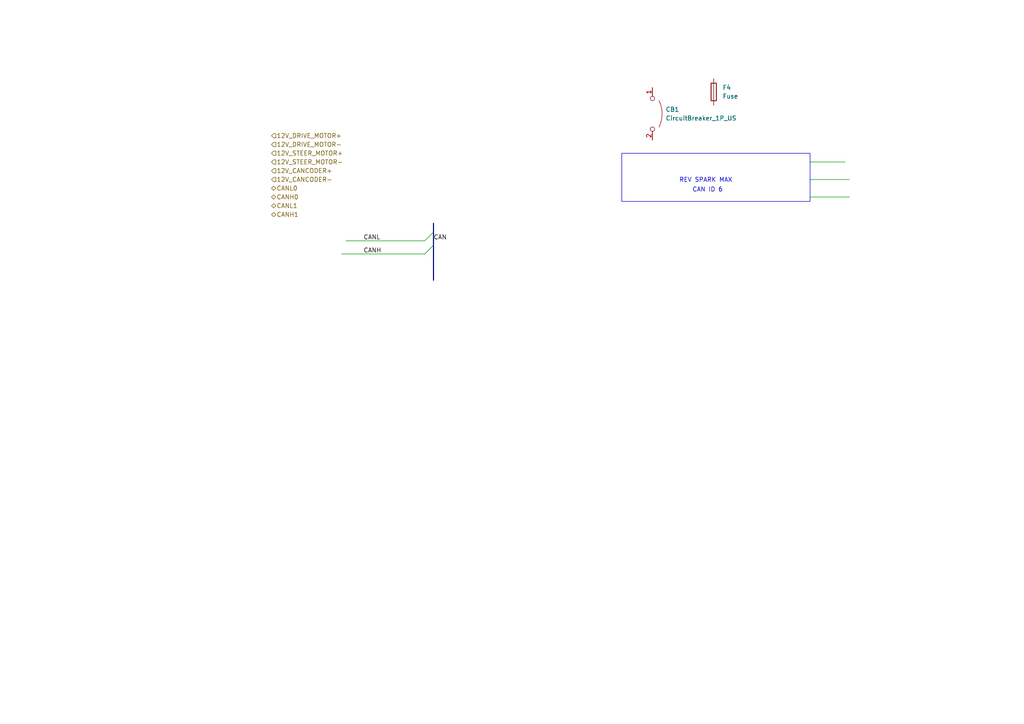
<source format=kicad_sch>
(kicad_sch
	(version 20250114)
	(generator "eeschema")
	(generator_version "9.0")
	(uuid "a75d3122-d114-4a24-bd90-e19f72c3774b")
	(paper "A4")
	(lib_symbols
		(symbol "Device:CircuitBreaker_1P_US"
			(exclude_from_sim no)
			(in_bom yes)
			(on_board yes)
			(property "Reference" "CB"
				(at 3.175 -1.27 0)
				(effects
					(font
						(size 1.27 1.27)
					)
					(justify left)
				)
			)
			(property "Value" "CircuitBreaker_1P_US"
				(at 3.175 0.635 0)
				(effects
					(font
						(size 1.27 1.27)
					)
					(justify left)
				)
			)
			(property "Footprint" ""
				(at 0 0 0)
				(effects
					(font
						(size 1.27 1.27)
					)
					(hide yes)
				)
			)
			(property "Datasheet" "~"
				(at 0 0 0)
				(effects
					(font
						(size 1.27 1.27)
					)
					(hide yes)
				)
			)
			(property "Description" "Single pole circuit breaker, US symbol"
				(at 0 0 0)
				(effects
					(font
						(size 1.27 1.27)
					)
					(hide yes)
				)
			)
			(property "ki_keywords" "CB"
				(at 0 0 0)
				(effects
					(font
						(size 1.27 1.27)
					)
					(hide yes)
				)
			)
			(symbol "CircuitBreaker_1P_US_0_1"
				(arc
					(start 1.905 3.81)
					(mid 2.8044 0)
					(end 1.905 -3.81)
					(stroke
						(width 0)
						(type default)
					)
					(fill
						(type none)
					)
				)
				(circle
					(center 0 4.445)
					(radius 0.635)
					(stroke
						(width 0)
						(type default)
					)
					(fill
						(type none)
					)
				)
				(circle
					(center 0 -4.445)
					(radius 0.635)
					(stroke
						(width 0)
						(type default)
					)
					(fill
						(type none)
					)
				)
			)
			(symbol "CircuitBreaker_1P_US_1_1"
				(pin passive line
					(at 0 7.62 270)
					(length 2.54)
					(name "~"
						(effects
							(font
								(size 1.27 1.27)
							)
						)
					)
					(number "1"
						(effects
							(font
								(size 1.27 1.27)
							)
						)
					)
				)
				(pin passive line
					(at 0 -7.62 90)
					(length 2.54)
					(name "~"
						(effects
							(font
								(size 1.27 1.27)
							)
						)
					)
					(number "2"
						(effects
							(font
								(size 1.27 1.27)
							)
						)
					)
				)
			)
			(embedded_fonts no)
		)
		(symbol "Device:Fuse"
			(pin_numbers
				(hide yes)
			)
			(pin_names
				(offset 0)
			)
			(exclude_from_sim no)
			(in_bom yes)
			(on_board yes)
			(property "Reference" "F"
				(at 2.032 0 90)
				(effects
					(font
						(size 1.27 1.27)
					)
				)
			)
			(property "Value" "Fuse"
				(at -1.905 0 90)
				(effects
					(font
						(size 1.27 1.27)
					)
				)
			)
			(property "Footprint" ""
				(at -1.778 0 90)
				(effects
					(font
						(size 1.27 1.27)
					)
					(hide yes)
				)
			)
			(property "Datasheet" "~"
				(at 0 0 0)
				(effects
					(font
						(size 1.27 1.27)
					)
					(hide yes)
				)
			)
			(property "Description" "Fuse"
				(at 0 0 0)
				(effects
					(font
						(size 1.27 1.27)
					)
					(hide yes)
				)
			)
			(property "ki_keywords" "fuse"
				(at 0 0 0)
				(effects
					(font
						(size 1.27 1.27)
					)
					(hide yes)
				)
			)
			(property "ki_fp_filters" "*Fuse*"
				(at 0 0 0)
				(effects
					(font
						(size 1.27 1.27)
					)
					(hide yes)
				)
			)
			(symbol "Fuse_0_1"
				(rectangle
					(start -0.762 -2.54)
					(end 0.762 2.54)
					(stroke
						(width 0.254)
						(type default)
					)
					(fill
						(type none)
					)
				)
				(polyline
					(pts
						(xy 0 2.54) (xy 0 -2.54)
					)
					(stroke
						(width 0)
						(type default)
					)
					(fill
						(type none)
					)
				)
			)
			(symbol "Fuse_1_1"
				(pin passive line
					(at 0 3.81 270)
					(length 1.27)
					(name "~"
						(effects
							(font
								(size 1.27 1.27)
							)
						)
					)
					(number "1"
						(effects
							(font
								(size 1.27 1.27)
							)
						)
					)
				)
				(pin passive line
					(at 0 -3.81 90)
					(length 1.27)
					(name "~"
						(effects
							(font
								(size 1.27 1.27)
							)
						)
					)
					(number "2"
						(effects
							(font
								(size 1.27 1.27)
							)
						)
					)
				)
			)
			(embedded_fonts no)
		)
	)
	(rectangle
		(start 180.34 44.45)
		(end 234.95 58.42)
		(stroke
			(width 0)
			(type default)
		)
		(fill
			(type none)
		)
		(uuid 33826a90-5275-4e39-9f13-86e4443e147c)
	)
	(text "CAN ID 6"
		(exclude_from_sim no)
		(at 205.232 55.118 0)
		(effects
			(font
				(size 1.27 1.27)
			)
		)
		(uuid "52714eb1-6fb7-4c1a-b266-aba7b632b2b3")
	)
	(text "REV SPARK MAX"
		(exclude_from_sim no)
		(at 204.724 52.324 0)
		(effects
			(font
				(size 1.27 1.27)
			)
		)
		(uuid "9a899dee-bda0-416e-b25f-062745a844a7")
	)
	(bus_entry
		(at 125.73 71.12)
		(size -2.54 2.54)
		(stroke
			(width 0)
			(type default)
		)
		(uuid "54eaf950-3cb2-40da-8d9b-82518731bd2a")
	)
	(bus_entry
		(at 125.73 67.31)
		(size -2.54 2.54)
		(stroke
			(width 0)
			(type default)
		)
		(uuid "64c02aaf-1cf9-4bae-aa60-c1843d1b6d8b")
	)
	(wire
		(pts
			(xy 100.33 69.85) (xy 123.19 69.85)
		)
		(stroke
			(width 0)
			(type default)
		)
		(uuid "0d7e3c59-ae11-4a35-819e-668b6f2fe2ea")
	)
	(bus
		(pts
			(xy 125.73 71.12) (xy 125.73 81.28)
		)
		(stroke
			(width 0)
			(type default)
		)
		(uuid "410704a7-0175-4527-b641-a5141f39e68b")
	)
	(bus
		(pts
			(xy 125.73 67.31) (xy 125.73 71.12)
		)
		(stroke
			(width 0)
			(type default)
		)
		(uuid "882ec71b-07a2-400a-997a-75eefa42a4bd")
	)
	(bus
		(pts
			(xy 125.73 64.77) (xy 125.73 67.31)
		)
		(stroke
			(width 0)
			(type default)
		)
		(uuid "a63686b6-0d10-4948-be5b-29dd0eff8ce6")
	)
	(wire
		(pts
			(xy 234.95 57.15) (xy 246.38 57.15)
		)
		(stroke
			(width 0)
			(type default)
		)
		(uuid "c943e21d-c3bf-4d9b-92d6-2300d49851f4")
	)
	(wire
		(pts
			(xy 99.06 73.66) (xy 123.19 73.66)
		)
		(stroke
			(width 0)
			(type default)
		)
		(uuid "e5b60fb2-1faa-42a5-bc97-8d41aa34eac4")
	)
	(wire
		(pts
			(xy 234.95 46.99) (xy 245.11 46.99)
		)
		(stroke
			(width 0)
			(type default)
		)
		(uuid "ef0ebb11-75ec-4032-af7c-77a1ecd138b1")
	)
	(wire
		(pts
			(xy 234.95 52.07) (xy 246.38 52.07)
		)
		(stroke
			(width 0)
			(type default)
		)
		(uuid "f6a80ebd-32db-4721-9572-74ecd649e59e")
	)
	(label "CANH"
		(at 105.41 73.66 0)
		(effects
			(font
				(size 1.27 1.27)
			)
			(justify left bottom)
		)
		(uuid "119c1884-10bb-4c10-bdaf-0dec949357f2")
	)
	(label "CAN"
		(at 125.73 69.85 0)
		(effects
			(font
				(size 1.27 1.27)
			)
			(justify left bottom)
		)
		(uuid "e83d93c2-50eb-4be8-8ba8-a6e3ebd2ced9")
	)
	(label "CANL"
		(at 105.41 69.85 0)
		(effects
			(font
				(size 1.27 1.27)
			)
			(justify left bottom)
		)
		(uuid "ebe0ccdc-0934-4f53-9ce2-b9a1e1c72021")
	)
	(hierarchical_label "CANH1"
		(shape bidirectional)
		(at 78.74 62.23 0)
		(effects
			(font
				(size 1.27 1.27)
			)
			(justify left)
		)
		(uuid "09f8882c-b29d-4d4f-9301-fb3dd67b5ed3")
	)
	(hierarchical_label "12V_STEER_MOTOR-"
		(shape input)
		(at 78.74 46.99 0)
		(effects
			(font
				(size 1.27 1.27)
			)
			(justify left)
		)
		(uuid "1bd8ca3f-53bb-4d57-9927-248704bcff12")
	)
	(hierarchical_label "CANL1"
		(shape bidirectional)
		(at 78.74 59.69 0)
		(effects
			(font
				(size 1.27 1.27)
			)
			(justify left)
		)
		(uuid "1fa2f301-5ed3-470f-a811-19f69e1f5ff5")
	)
	(hierarchical_label "12V_DRIVE_MOTOR-"
		(shape input)
		(at 78.74 41.91 0)
		(effects
			(font
				(size 1.27 1.27)
			)
			(justify left)
		)
		(uuid "31d15c45-f061-4d15-a326-289f855c0a6f")
	)
	(hierarchical_label "12V_CANCODER-"
		(shape input)
		(at 78.74 52.07 0)
		(effects
			(font
				(size 1.27 1.27)
			)
			(justify left)
		)
		(uuid "3dbc8c9b-8dd2-4a2e-a6b0-a690c3a0956d")
	)
	(hierarchical_label "12V_CANCODER+"
		(shape input)
		(at 78.74 49.53 0)
		(effects
			(font
				(size 1.27 1.27)
			)
			(justify left)
		)
		(uuid "462c2b60-457f-45e4-aaff-be1b1b1aa336")
	)
	(hierarchical_label "12V_STEER_MOTOR+"
		(shape input)
		(at 78.74 44.45 0)
		(effects
			(font
				(size 1.27 1.27)
			)
			(justify left)
		)
		(uuid "4b449610-5879-405c-ab3c-72e14210a6ce")
	)
	(hierarchical_label "CANH0"
		(shape bidirectional)
		(at 78.74 57.15 0)
		(effects
			(font
				(size 1.27 1.27)
			)
			(justify left)
		)
		(uuid "bae8c7b7-c0e8-48ff-a7b3-5741b81d672a")
	)
	(hierarchical_label "12V_DRIVE_MOTOR+"
		(shape input)
		(at 78.74 39.37 0)
		(effects
			(font
				(size 1.27 1.27)
			)
			(justify left)
		)
		(uuid "d4d5906d-0b3f-435a-8758-f175c3bb7e9e")
	)
	(hierarchical_label "CANL0"
		(shape bidirectional)
		(at 78.74 54.61 0)
		(effects
			(font
				(size 1.27 1.27)
			)
			(justify left)
		)
		(uuid "f3edf294-cb4e-4e47-a4f2-6f1345b33f86")
	)
	(symbol
		(lib_id "Device:Fuse")
		(at 207.01 26.67 0)
		(unit 1)
		(exclude_from_sim no)
		(in_bom yes)
		(on_board yes)
		(dnp no)
		(fields_autoplaced yes)
		(uuid "4b3476b1-6fe9-4214-93ad-6fe93604a2b1")
		(property "Reference" "F4"
			(at 209.55 25.3999 0)
			(effects
				(font
					(size 1.27 1.27)
				)
				(justify left)
			)
		)
		(property "Value" "Fuse"
			(at 209.55 27.9399 0)
			(effects
				(font
					(size 1.27 1.27)
				)
				(justify left)
			)
		)
		(property "Footprint" ""
			(at 205.232 26.67 90)
			(effects
				(font
					(size 1.27 1.27)
				)
				(hide yes)
			)
		)
		(property "Datasheet" "~"
			(at 207.01 26.67 0)
			(effects
				(font
					(size 1.27 1.27)
				)
				(hide yes)
			)
		)
		(property "Description" "Fuse"
			(at 207.01 26.67 0)
			(effects
				(font
					(size 1.27 1.27)
				)
				(hide yes)
			)
		)
		(pin "1"
			(uuid "65c0aac1-b558-40c5-a7e2-61184ae8a0d7")
		)
		(pin "2"
			(uuid "b08e7254-cf69-4e7e-8e83-5613e778f721")
		)
		(instances
			(project ""
				(path "/98b6c9ee-d540-44fc-a0fc-84d7e360cf9f/16ad86f1-6db5-4464-bd75-90907337c858"
					(reference "F4")
					(unit 1)
				)
				(path "/98b6c9ee-d540-44fc-a0fc-84d7e360cf9f/a01d43db-7c8e-4a5a-98dd-46ee21d0572a"
					(reference "F6")
					(unit 1)
				)
				(path "/98b6c9ee-d540-44fc-a0fc-84d7e360cf9f/b7474c8e-9854-47b1-8dda-28dc2ccfe2b0"
					(reference "F9")
					(unit 1)
				)
				(path "/98b6c9ee-d540-44fc-a0fc-84d7e360cf9f/f5298bd4-e724-4b65-ab69-5b3c7cd5574e"
					(reference "F8")
					(unit 1)
				)
			)
		)
	)
	(symbol
		(lib_id "Device:CircuitBreaker_1P_US")
		(at 189.23 33.02 0)
		(unit 1)
		(exclude_from_sim no)
		(in_bom yes)
		(on_board yes)
		(dnp no)
		(fields_autoplaced yes)
		(uuid "64048259-357f-49a9-94b8-66c315e447f0")
		(property "Reference" "CB1"
			(at 193.04 31.7499 0)
			(effects
				(font
					(size 1.27 1.27)
				)
				(justify left)
			)
		)
		(property "Value" "CircuitBreaker_1P_US"
			(at 193.04 34.2899 0)
			(effects
				(font
					(size 1.27 1.27)
				)
				(justify left)
			)
		)
		(property "Footprint" ""
			(at 189.23 33.02 0)
			(effects
				(font
					(size 1.27 1.27)
				)
				(hide yes)
			)
		)
		(property "Datasheet" "~"
			(at 189.23 33.02 0)
			(effects
				(font
					(size 1.27 1.27)
				)
				(hide yes)
			)
		)
		(property "Description" "Single pole circuit breaker, US symbol"
			(at 189.23 33.02 0)
			(effects
				(font
					(size 1.27 1.27)
				)
				(hide yes)
			)
		)
		(pin "2"
			(uuid "a37a6b0b-af84-4d85-8526-722f2f7b7674")
		)
		(pin "1"
			(uuid "c8d8f682-a8b7-4b81-8bd7-07255f2d4238")
		)
		(instances
			(project ""
				(path "/98b6c9ee-d540-44fc-a0fc-84d7e360cf9f/16ad86f1-6db5-4464-bd75-90907337c858"
					(reference "CB1")
					(unit 1)
				)
				(path "/98b6c9ee-d540-44fc-a0fc-84d7e360cf9f/a01d43db-7c8e-4a5a-98dd-46ee21d0572a"
					(reference "CB2")
					(unit 1)
				)
				(path "/98b6c9ee-d540-44fc-a0fc-84d7e360cf9f/b7474c8e-9854-47b1-8dda-28dc2ccfe2b0"
					(reference "CB4")
					(unit 1)
				)
				(path "/98b6c9ee-d540-44fc-a0fc-84d7e360cf9f/f5298bd4-e724-4b65-ab69-5b3c7cd5574e"
					(reference "CB3")
					(unit 1)
				)
			)
		)
	)
)

</source>
